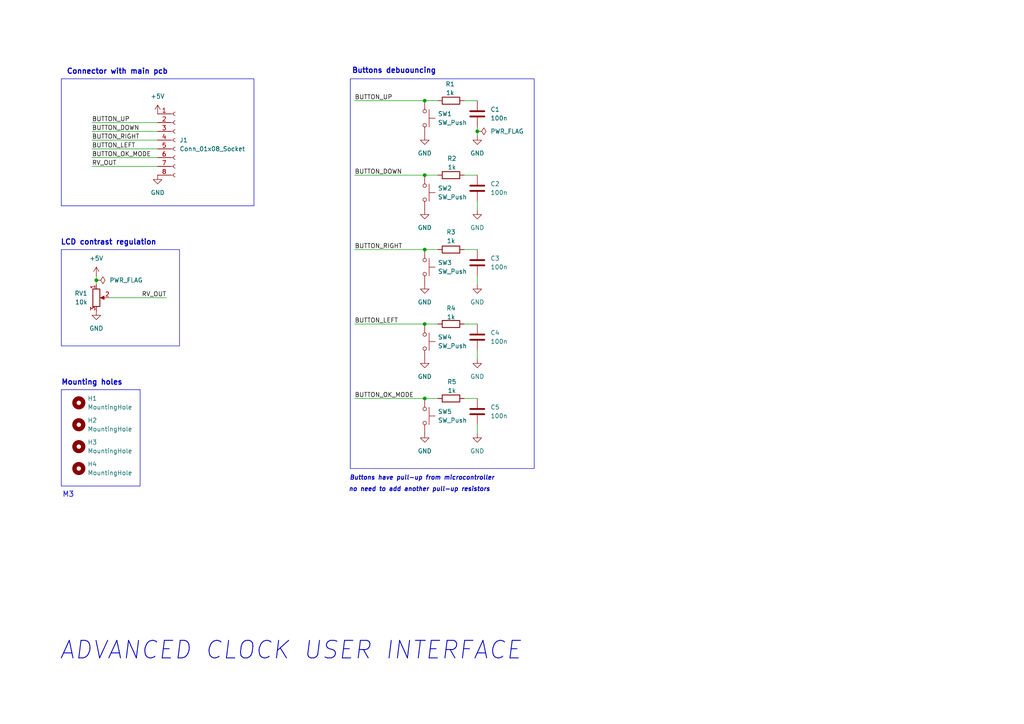
<source format=kicad_sch>
(kicad_sch (version 20231120) (generator "eeschema") (generator_version "8.0")
  (paper "A4")
  (title_block (title "Advanced clock user interface") (date "2025-03-25") (rev "0.0") (company "Krzysztof Wojtowicz"))
  (lib_symbols
    (symbol "Connector:Conn_01x08_Socket" (pin_names (offset 1.016) hide)
      (property "Reference" "J" (at 0 10.16 0))
      (property "Value" "Conn_01x08_Socket" (at 0 -12.7 0))
      (symbol "Conn_01x08_Socket_1_1"
        (arc (start 0 -9.652) (mid -0.5058 -10.16) (end 0 -10.668) (stroke (width 0.1524)))
        (arc (start 0 -7.112) (mid -0.5058 -7.62) (end 0 -8.128) (stroke (width 0.1524)))
        (arc (start 0 -4.572) (mid -0.5058 -5.08) (end 0 -5.588) (stroke (width 0.1524)))
        (arc (start 0 -2.032) (mid -0.5058 -2.54) (end 0 -3.048) (stroke (width 0.1524)))
        (polyline (pts (xy -1.27 -10.16) (xy -0.508 -10.16)) (stroke (width 0.1524)))
        (polyline (pts (xy -1.27 -7.62) (xy -0.508 -7.62)) (stroke (width 0.1524)))
        (polyline (pts (xy -1.27 -5.08) (xy -0.508 -5.08)) (stroke (width 0.1524)))
        (polyline (pts (xy -1.27 -2.54) (xy -0.508 -2.54)) (stroke (width 0.1524)))
        (polyline (pts (xy -1.27 0) (xy -0.508 0)) (stroke (width 0.1524)))
        (polyline (pts (xy -1.27 2.54) (xy -0.508 2.54)) (stroke (width 0.1524)))
        (polyline (pts (xy -1.27 5.08) (xy -0.508 5.08)) (stroke (width 0.1524)))
        (polyline (pts (xy -1.27 7.62) (xy -0.508 7.62)) (stroke (width 0.1524)))
        (arc (start 0 0.508) (mid -0.5058 0) (end 0 -0.508) (stroke (width 0.1524)))
        (arc (start 0 3.048) (mid -0.5058 2.54) (end 0 2.032) (stroke (width 0.1524)))
        (arc (start 0 5.588) (mid -0.5058 5.08) (end 0 4.572) (stroke (width 0.1524)))
        (arc (start 0 8.128) (mid -0.5058 7.62) (end 0 7.112) (stroke (width 0.1524)))
        (pin passive line (at -5.08 7.62 0) (length 3.81) (name "Pin_1") (number "1"))
        (pin passive line (at -5.08 5.08 0) (length 3.81) (name "Pin_2") (number "2"))
        (pin passive line (at -5.08 2.54 0) (length 3.81) (name "Pin_3") (number "3"))
        (pin passive line (at -5.08 0 0) (length 3.81) (name "Pin_4") (number "4"))
        (pin passive line (at -5.08 -2.54 0) (length 3.81) (name "Pin_5") (number "5"))
        (pin passive line (at -5.08 -5.08 0) (length 3.81) (name "Pin_6") (number "6"))
        (pin passive line (at -5.08 -7.62 0) (length 3.81) (name "Pin_7") (number "7"))
        (pin passive line (at -5.08 -10.16 0) (length 3.81) (name "Pin_8") (number "8"))
      )
    )
    (symbol "Device:C" (pin_numbers hide) (pin_names (offset 0.254))
      (property "Reference" "C" (at 0.635 2.54 0))
      (property "Value" "C" (at 0.635 -2.54 0))
      (symbol "C_0_1"
        (polyline (pts (xy -2.032 -0.762) (xy 2.032 -0.762)) (stroke (width 0.508)))
        (polyline (pts (xy -2.032 0.762) (xy 2.032 0.762)) (stroke (width 0.508)))
      )
      (symbol "C_1_1"
        (pin passive line (at 0 3.81 270) (length 2.794) (name "~") (number "1"))
        (pin passive line (at 0 -3.81 90) (length 2.794) (name "~") (number "2"))
      )
    )
    (symbol "Device:R" (pin_numbers hide) (pin_names (offset 0))
      (property "Reference" "R" (at 2.032 0 90))
      (property "Value" "R" (at 0 0 90))
      (symbol "R_0_1"
        (rectangle (start -1.016 -2.54) (end 1.016 2.54) (stroke (width 0.254)))
      )
      (symbol "R_1_1"
        (pin passive line (at 0 3.81 270) (length 1.27) (name "~") (number "1"))
        (pin passive line (at 0 -3.81 90) (length 1.27) (name "~") (number "2"))
      )
    )
    (symbol "Device:R_Potentiometer" (pin_names (offset 1.016) hide)
      (property "Reference" "RV" (at -4.445 0 90))
      (property "Value" "R_Potentiometer" (at -2.54 0 90))
      (symbol "R_Potentiometer_0_1"
        (polyline (pts (xy 2.54 0) (xy 1.524 0)))
        (polyline (pts (xy 1.143 0) (xy 2.286 0.508) (xy 2.286 -0.508) (xy 1.143 0)) (fill (type outline)))
        (rectangle (start 1.016 2.54) (end -1.016 -2.54) (stroke (width 0.254)))
      )
      (symbol "R_Potentiometer_1_1"
        (pin passive line (at 0 3.81 270) (length 1.27) (name "1") (number "1"))
        (pin passive line (at 3.81 0 180) (length 1.27) (name "2") (number "2"))
        (pin passive line (at 0 -3.81 90) (length 1.27) (name "3") (number "3"))
      )
    )
    (symbol "Mechanical:MountingHole" (pin_names (offset 1.016)) (exclude_from_sim yes) (in_bom no)
      (property "Reference" "H" (at 0 5.08 0))
      (property "Value" "MountingHole" (at 0 3.175 0))
      (symbol "MountingHole_0_1"
        (circle (center 0 0) (radius 1.27) (stroke (width 1.27)))
      )
    )
    (symbol "Switch:SW_Push" (pin_numbers hide) (pin_names (offset 1.016) hide)
      (property "Reference" "SW" (at 1.27 2.54 0))
      (property "Value" "SW_Push" (at 0 -1.524 0))
      (symbol "SW_Push_0_1"
        (circle (center -2.032 0) (radius 0.508))
        (polyline (pts (xy 0 1.27) (xy 0 3.048)))
        (polyline (pts (xy 2.54 1.27) (xy -2.54 1.27)))
        (circle (center 2.032 0) (radius 0.508))
        (pin passive line (at -5.08 0 0) (length 2.54) (name "1") (number "1"))
        (pin passive line (at 5.08 0 180) (length 2.54) (name "2") (number "2"))
      )
    )
    (symbol "power:+5V" (power) (pin_numbers hide) (pin_names (offset 0) hide)
      (property "Value" "+5V" (at 0 3.556 0))
      (symbol "+5V_0_1"
        (polyline (pts (xy -0.762 1.27) (xy 0 2.54)))
        (polyline (pts (xy 0 0) (xy 0 2.54)))
        (polyline (pts (xy 0 2.54) (xy 0.762 1.27)))
      )
      (symbol "+5V_1_1"
        (pin power_in line (at 0 0 90) (length 0) (name "~") (number "1"))
      )
    )
    (symbol "power:GND" (power) (pin_numbers hide) (pin_names (offset 0) hide)
      (property "Value" "GND" (at 0 -3.81 0))
      (symbol "GND_0_1"
        (polyline (pts (xy 0 0) (xy 0 -1.27) (xy 1.27 -1.27) (xy 0 -2.54) (xy -1.27 -1.27) (xy 0 -1.27)))
      )
      (symbol "GND_1_1"
        (pin power_in line (at 0 0 270) (length 0) (name "~") (number "1"))
      )
    )
    (symbol "power:PWR_FLAG" (power) (pin_numbers hide) (pin_names (offset 0) hide)
      (property "Value" "PWR_FLAG" (at 0 3.81 0))
      (symbol "PWR_FLAG_0_0"
        (pin power_out line (at 0 0 90) (length 0) (name "~") (number "1"))
      )
      (symbol "PWR_FLAG_0_1"
        (polyline (pts (xy 0 0) (xy 0 1.27) (xy -1.016 1.905) (xy 0 2.54) (xy 1.016 1.905) (xy 0 1.27)))
      )
    )
  )
  (junction (at 123.19 72.39))
  (junction (at 123.19 29.21))
  (junction (at 138.43 38.1))
  (junction (at 123.19 50.8))
  (junction (at 123.19 93.98))
  (junction (at 27.94 81.28))
  (junction (at 123.19 115.57))
  (wire (pts (xy 26.67 40.64) (xy 45.72 40.64)))
  (wire (pts (xy 138.43 123.19) (xy 138.43 125.73)))
  (wire (pts (xy 138.43 58.42) (xy 138.43 60.96)))
  (wire (pts (xy 123.19 50.8) (xy 127 50.8)))
  (wire (pts (xy 26.67 43.18) (xy 45.72 43.18)))
  (wire (pts (xy 102.87 93.98) (xy 123.19 93.98)))
  (wire (pts (xy 123.19 29.21) (xy 127 29.21)))
  (wire (pts (xy 27.94 80.01) (xy 27.94 81.28)))
  (wire (pts (xy 138.43 36.83) (xy 138.43 38.1)))
  (wire (pts (xy 102.87 72.39) (xy 123.19 72.39)))
  (wire (pts (xy 138.43 80.01) (xy 138.43 82.55)))
  (wire (pts (xy 134.62 72.39) (xy 138.43 72.39)))
  (wire (pts (xy 102.87 115.57) (xy 123.19 115.57)))
  (wire (pts (xy 134.62 93.98) (xy 138.43 93.98)))
  (wire (pts (xy 26.67 48.26) (xy 45.72 48.26)))
  (wire (pts (xy 102.87 50.8) (xy 123.19 50.8)))
  (wire (pts (xy 138.43 38.1) (xy 138.43 39.37)))
  (wire (pts (xy 134.62 29.21) (xy 138.43 29.21)))
  (wire (pts (xy 26.67 38.1) (xy 45.72 38.1)))
  (wire (pts (xy 102.87 29.21) (xy 123.19 29.21)))
  (wire (pts (xy 123.19 72.39) (xy 127 72.39)))
  (wire (pts (xy 26.67 45.72) (xy 45.72 45.72)))
  (wire (pts (xy 26.67 35.56) (xy 45.72 35.56)))
  (wire (pts (xy 138.43 101.6) (xy 138.43 104.14)))
  (wire (pts (xy 27.94 81.28) (xy 27.94 82.55)))
  (wire (pts (xy 134.62 115.57) (xy 138.43 115.57)))
  (wire (pts (xy 123.19 115.57) (xy 127 115.57)))
  (wire (pts (xy 134.62 50.8) (xy 138.43 50.8)))
  (wire (pts (xy 31.75 86.36) (xy 48.26 86.36)))
  (wire (pts (xy 123.19 93.98) (xy 127 93.98)))
  (rectangle (start 17.78 113.03) (end 40.64 140.97))
  (rectangle (start 17.78 22.86) (end 73.66 59.69))
  (rectangle (start 17.78 72.39) (end 52.07 100.33))
  (rectangle (start 101.6 22.86) (end 154.94 135.89))
  (text "Buttons have pull-up from microcontroller" (at 122.428 138.684 0) (effects (font (size 1.27 1.27) (thickness 0.254) (bold yes) (italic yes))))
  (text "Mounting holes" (at 26.67 110.998 0) (effects (font (size 1.524 1.524) (thickness 0.3048) (bold yes))))
  (text "M3" (at 19.812 143.51 0) (effects (font (size 1.524 1.524) (thickness 0.1905))))
  (text "LCD contrast regulation" (at 31.496 70.358 0) (effects (font (size 1.524 1.524) (thickness 0.3048) (bold yes))))
  (text "Buttons debuouncing" (at 114.3 20.574 0) (effects (font (size 1.524 1.524) (thickness 0.3048) (bold yes))))
  (text "no need to add another pull-up resistors" (at 121.666 141.986 0) (effects (font (size 1.27 1.27) (thickness 0.254) (bold yes) (italic yes))))
  (text "Connector with main pcb" (at 34.036 20.828 0) (effects (font (size 1.524 1.524) (thickness 0.3048) (bold yes))))
  (text "ADVANCED CLOCK USER INTERFACE" (at 84.328 188.722 0) (effects (font (size 5.08 5.08) (thickness 0.254) (bold yes) (italic yes))))
  (label "BUTTON_LEFT" (at 26.67 43.18 0))
  (label "BUTTON_OK_MODE" (at 102.87 115.57 0))
  (label "BUTTON_DOWN" (at 102.87 50.8 0))
  (label "BUTTON_OK_MODE" (at 26.67 45.72 0))
  (label "BUTTON_UP" (at 102.87 29.21 0))
  (label "RV_OUT" (at 48.26 86.36 180))
  (label "BUTTON_DOWN" (at 26.67 38.1 0))
  (label "BUTTON_RIGHT" (at 102.87 72.39 0))
  (label "BUTTON_RIGHT" (at 26.67 40.64 0))
  (label "RV_OUT" (at 26.67 48.26 0))
  (label "BUTTON_LEFT" (at 102.87 93.98 0))
  (label "BUTTON_UP" (at 26.67 35.56 0))
  (symbol (lib_id "Device:R") (at 130.81 115.57 90) (unit 1)
    (property "Reference" "R5" (at 131.064 110.744 90))
    (property "Value" "1k" (at 131.064 113.284 90))
    (property "Footprint" "Resistor_SMD:R_0402_1005Metric" (effects (hide yes)))
    (property "Description" "Resistor" (effects (hide yes)))
  )
  (symbol (lib_id "power:GND") (at 123.19 60.96 0) (unit 1)
    (property "Reference" "#PWR07" (effects (hide yes)))
    (property "Value" "GND" (at 123.19 66.04 0))
    (property "Description" "Power symbol creates a global label with name \"GND\" , ground" (effects (hide yes)))
  )
  (symbol (lib_id "Device:R") (at 130.81 29.21 90) (unit 1)
    (property "Reference" "R1" (at 130.556 24.384 90))
    (property "Value" "1k" (at 130.556 26.924 90))
    (property "Footprint" "Resistor_SMD:R_0402_1005Metric" (effects (hide yes)))
    (property "Description" "Resistor" (effects (hide yes)))
  )
  (symbol (lib_id "Device:C") (at 138.43 119.38 0) (unit 1)
    (property "Reference" "C5" (at 142.24 118.1099 0) (effects (justify left)))
    (property "Value" "100n" (at 142.24 120.6499 0) (effects (justify left)))
    (property "Footprint" "Capacitor_SMD:C_0402_1005Metric" (effects (hide yes)))
    (property "Description" "Unpolarized capacitor" (effects (hide yes)))
  )
  (symbol (lib_id "power:GND") (at 123.19 104.14 0) (unit 1)
    (property "Reference" "#PWR011" (effects (hide yes)))
    (property "Value" "GND" (at 123.19 109.22 0))
    (property "Description" "Power symbol creates a global label with name \"GND\" , ground" (effects (hide yes)))
  )
  (symbol (lib_id "power:PWR_FLAG") (at 27.94 81.28 270) (unit 1)
    (property "Reference" "#FLG02" (effects (hide yes)))
    (property "Value" "PWR_FLAG" (at 31.75 81.2799 90) (effects (justify left)))
    (property "Description" "Special symbol for telling ERC where power comes from" (effects (hide yes)))
  )
  (symbol (lib_id "Switch:SW_Push") (at 123.19 34.29 270) (unit 1)
    (property "Reference" "SW1" (at 127 33.0199 90) (effects (justify left)))
    (property "Value" "SW_Push" (at 127 35.5599 90) (effects (justify left)))
    (property "Footprint" "Button_Switch_THT:SW_PUSH_6mm_H7.3mm" (effects (hide yes)))
    (property "Description" "Push button switch, generic, two pins" (effects (hide yes)))
  )
  (symbol (lib_id "power:GND") (at 27.94 90.17 0) (unit 1)
    (property "Reference" "#PWR04" (effects (hide yes)))
    (property "Value" "GND" (at 27.94 95.25 0))
    (property "Description" "Power symbol creates a global label with name \"GND\" , ground" (effects (hide yes)))
  )
  (symbol (lib_id "Device:R") (at 130.81 93.98 90) (unit 1)
    (property "Reference" "R4" (at 130.81 89.408 90))
    (property "Value" "1k" (at 130.81 91.948 90))
    (property "Footprint" "Resistor_SMD:R_0402_1005Metric" (effects (hide yes)))
    (property "Description" "Resistor" (effects (hide yes)))
  )
  (symbol (lib_id "power:GND") (at 138.43 60.96 0) (unit 1)
    (property "Reference" "#PWR08" (effects (hide yes)))
    (property "Value" "GND" (at 138.43 66.04 0))
    (property "Description" "Power symbol creates a global label with name \"GND\" , ground" (effects (hide yes)))
  )
  (symbol (lib_id "power:GND") (at 123.19 39.37 0) (unit 1)
    (property "Reference" "#PWR02" (effects (hide yes)))
    (property "Value" "GND" (at 123.19 44.45 0))
    (property "Description" "Power symbol creates a global label with name \"GND\" , ground" (effects (hide yes)))
  )
  (symbol (lib_id "power:GND") (at 138.43 39.37 0) (unit 1)
    (property "Reference" "#PWR01" (effects (hide yes)))
    (property "Value" "GND" (at 138.43 44.45 0))
    (property "Description" "Power symbol creates a global label with name \"GND\" , ground" (effects (hide yes)))
  )
  (symbol (lib_id "Switch:SW_Push") (at 123.19 77.47 270) (unit 1)
    (property "Reference" "SW3" (at 127 76.1999 90) (effects (justify left)))
    (property "Value" "SW_Push" (at 127 78.7399 90) (effects (justify left)))
    (property "Footprint" "Button_Switch_THT:SW_PUSH_6mm_H7.3mm" (effects (hide yes)))
    (property "Description" "Push button switch, generic, two pins" (effects (hide yes)))
  )
  (symbol (lib_id "power:PWR_FLAG") (at 138.43 38.1 270) (unit 1)
    (property "Reference" "#FLG01" (effects (hide yes)))
    (property "Value" "PWR_FLAG" (at 142.24 38.0999 90) (effects (justify left)))
    (property "Description" "Special symbol for telling ERC where power comes from" (effects (hide yes)))
  )
  (symbol (lib_id "Device:R") (at 130.81 50.8 90) (unit 1)
    (property "Reference" "R2" (at 131.064 45.974 90))
    (property "Value" "1k" (at 131.064 48.514 90))
    (property "Footprint" "Resistor_SMD:R_0402_1005Metric" (effects (hide yes)))
    (property "Description" "Resistor" (effects (hide yes)))
  )
  (symbol (lib_id "Switch:SW_Push") (at 123.19 99.06 270) (unit 1)
    (property "Reference" "SW4" (at 127 97.7899 90) (effects (justify left)))
    (property "Value" "SW_Push" (at 127 100.3299 90) (effects (justify left)))
    (property "Footprint" "Button_Switch_THT:SW_PUSH_6mm_H7.3mm" (effects (hide yes)))
    (property "Description" "Push button switch, generic, two pins" (effects (hide yes)))
  )
  (symbol (lib_id "Mechanical:MountingHole") (at 22.86 135.89 0) (unit 1) (exclude_from_sim yes) (in_bom no)
    (property "Reference" "H4" (at 25.4 134.6199 0) (effects (justify left)))
    (property "Value" "MountingHole" (at 25.4 137.1599 0) (effects (justify left)))
    (property "Footprint" "MountingHole:MountingHole_3.2mm_M3" (effects (hide yes)))
    (property "Description" "Mounting Hole without connection" (effects (hide yes)))
  )
  (symbol (lib_id "Mechanical:MountingHole") (at 22.86 116.84 0) (unit 1) (exclude_from_sim yes) (in_bom no)
    (property "Reference" "H1" (at 25.4 115.5699 0) (effects (justify left)))
    (property "Value" "MountingHole" (at 25.4 118.1099 0) (effects (justify left)))
    (property "Footprint" "MountingHole:MountingHole_3.2mm_M3" (effects (hide yes)))
    (property "Description" "Mounting Hole without connection" (effects (hide yes)))
  )
  (symbol (lib_id "Device:C") (at 138.43 97.79 0) (unit 1)
    (property "Reference" "C4" (at 142.24 96.5199 0) (effects (justify left)))
    (property "Value" "100n" (at 142.24 99.0599 0) (effects (justify left)))
    (property "Footprint" "Capacitor_SMD:C_0402_1005Metric" (effects (hide yes)))
    (property "Description" "Unpolarized capacitor" (effects (hide yes)))
  )
  (symbol (lib_id "Switch:SW_Push") (at 123.19 55.88 270) (unit 1)
    (property "Reference" "SW2" (at 127 54.6099 90) (effects (justify left)))
    (property "Value" "SW_Push" (at 127 57.1499 90) (effects (justify left)))
    (property "Footprint" "Button_Switch_THT:SW_PUSH_6mm_H7.3mm" (effects (hide yes)))
    (property "Description" "Push button switch, generic, two pins" (effects (hide yes)))
  )
  (symbol (lib_id "Device:C") (at 138.43 76.2 0) (unit 1)
    (property "Reference" "C3" (at 142.24 74.9299 0) (effects (justify left)))
    (property "Value" "100n" (at 142.24 77.4699 0) (effects (justify left)))
    (property "Footprint" "Capacitor_SMD:C_0402_1005Metric" (effects (hide yes)))
    (property "Description" "Unpolarized capacitor" (effects (hide yes)))
  )
  (symbol (lib_id "Device:R") (at 130.81 72.39 90) (unit 1)
    (property "Reference" "R3" (at 130.81 67.31 90))
    (property "Value" "1k" (at 130.81 69.85 90))
    (property "Footprint" "Resistor_SMD:R_0402_1005Metric" (effects (hide yes)))
    (property "Description" "Resistor" (effects (hide yes)))
  )
  (symbol (lib_id "Mechanical:MountingHole") (at 22.86 123.19 0) (unit 1) (exclude_from_sim yes) (in_bom no)
    (property "Reference" "H2" (at 25.4 121.9199 0) (effects (justify left)))
    (property "Value" "MountingHole" (at 25.4 124.4599 0) (effects (justify left)))
    (property "Footprint" "MountingHole:MountingHole_3.2mm_M3" (effects (hide yes)))
    (property "Description" "Mounting Hole without connection" (effects (hide yes)))
  )
  (symbol (lib_id "power:GND") (at 45.72 50.8 0) (unit 1)
    (property "Reference" "#PWR06" (effects (hide yes)))
    (property "Value" "GND" (at 45.72 55.88 0))
    (property "Description" "Power symbol creates a global label with name \"GND\" , ground" (effects (hide yes)))
  )
  (symbol (lib_id "Switch:SW_Push") (at 123.19 120.65 270) (unit 1)
    (property "Reference" "SW5" (at 127 119.3799 90) (effects (justify left)))
    (property "Value" "SW_Push" (at 127 121.9199 90) (effects (justify left)))
    (property "Footprint" "Button_Switch_THT:SW_PUSH_6mm_H7.3mm" (effects (hide yes)))
    (property "Description" "Push button switch, generic, two pins" (effects (hide yes)))
  )
  (symbol (lib_id "power:GND") (at 123.19 125.73 0) (unit 1)
    (property "Reference" "#PWR013" (effects (hide yes)))
    (property "Value" "GND" (at 123.19 130.81 0))
    (property "Description" "Power symbol creates a global label with name \"GND\" , ground" (effects (hide yes)))
  )
  (symbol (lib_id "Connector:Conn_01x08_Socket") (at 50.8 40.64 0) (unit 1)
    (property "Reference" "J1" (at 52.07 40.6399 0) (effects (justify left)))
    (property "Value" "Conn_01x08_Socket" (at 52.07 43.1799 0) (effects (justify left)))
    (property "Footprint" "Connector_PinSocket_2.54mm:PinSocket_1x08_P2.54mm_Vertical" (effects (hide yes)))
    (property "Description" "Generic connector, single row, 01x08, script generated" (effects (hide yes)))
  )
  (symbol (lib_id "Mechanical:MountingHole") (at 22.86 129.54 0) (unit 1) (exclude_from_sim yes) (in_bom no)
    (property "Reference" "H3" (at 25.4 128.2699 0) (effects (justify left)))
    (property "Value" "MountingHole" (at 25.4 130.8099 0) (effects (justify left)))
    (property "Footprint" "MountingHole:MountingHole_3.2mm_M3" (effects (hide yes)))
    (property "Description" "Mounting Hole without connection" (effects (hide yes)))
  )
  (symbol (lib_id "power:GND") (at 138.43 104.14 0) (unit 1)
    (property "Reference" "#PWR012" (effects (hide yes)))
    (property "Value" "GND" (at 138.43 109.22 0))
    (property "Description" "Power symbol creates a global label with name \"GND\" , ground" (effects (hide yes)))
  )
  (symbol (lib_id "Device:C") (at 138.43 54.61 0) (unit 1)
    (property "Reference" "C2" (at 142.24 53.3399 0) (effects (justify left)))
    (property "Value" "100n" (at 142.24 55.8799 0) (effects (justify left)))
    (property "Footprint" "Capacitor_SMD:C_0402_1005Metric" (effects (hide yes)))
    (property "Description" "Unpolarized capacitor" (effects (hide yes)))
  )
  (symbol (lib_id "power:+5V") (at 27.94 80.01 0) (unit 1)
    (property "Reference" "#PWR03" (effects (hide yes)))
    (property "Value" "+5V" (at 27.94 74.93 0))
    (property "Description" "Power symbol creates a global label with name \"+5V\"" (effects (hide yes)))
  )
  (symbol (lib_id "power:GND") (at 138.43 125.73 0) (unit 1)
    (property "Reference" "#PWR014" (effects (hide yes)))
    (property "Value" "GND" (at 138.43 130.81 0))
    (property "Description" "Power symbol creates a global label with name \"GND\" , ground" (effects (hide yes)))
  )
  (symbol (lib_id "Device:C") (at 138.43 33.02 0) (unit 1)
    (property "Reference" "C1" (at 142.24 31.7499 0) (effects (justify left)))
    (property "Value" "100n" (at 142.24 34.2899 0) (effects (justify left)))
    (property "Footprint" "Capacitor_SMD:C_0402_1005Metric" (effects (hide yes)))
    (property "Description" "Unpolarized capacitor" (effects (hide yes)))
  )
  (symbol (lib_id "power:+5V") (at 45.72 33.02 0) (unit 1)
    (property "Reference" "#PWR05" (effects (hide yes)))
    (property "Value" "+5V" (at 45.72 27.94 0))
    (property "Description" "Power symbol creates a global label with name \"+5V\"" (effects (hide yes)))
  )
  (symbol (lib_id "Device:R_Potentiometer") (at 27.94 86.36 0) (unit 1)
    (property "Reference" "RV1" (at 25.4 85.0899 0) (effects (justify right)))
    (property "Value" "10k" (at 25.4 87.6299 0) (effects (justify right)))
    (property "Footprint" "Potentiometer_THT:Potentiometer_Bourns_3339P_Vertical_HandSoldering" (effects (hide yes)))
    (property "Description" "Potentiometer" (effects (hide yes)))
  )
  (symbol (lib_id "power:GND") (at 123.19 82.55 0) (unit 1)
    (property "Reference" "#PWR09" (effects (hide yes)))
    (property "Value" "GND" (at 123.19 87.63 0))
    (property "Description" "Power symbol creates a global label with name \"GND\" , ground" (effects (hide yes)))
  )
  (symbol (lib_id "power:GND") (at 138.43 82.55 0) (unit 1)
    (property "Reference" "#PWR010" (effects (hide yes)))
    (property "Value" "GND" (at 138.43 87.63 0))
    (property "Description" "Power symbol creates a global label with name \"GND\" , ground" (effects (hide yes)))
  )
)
</source>
